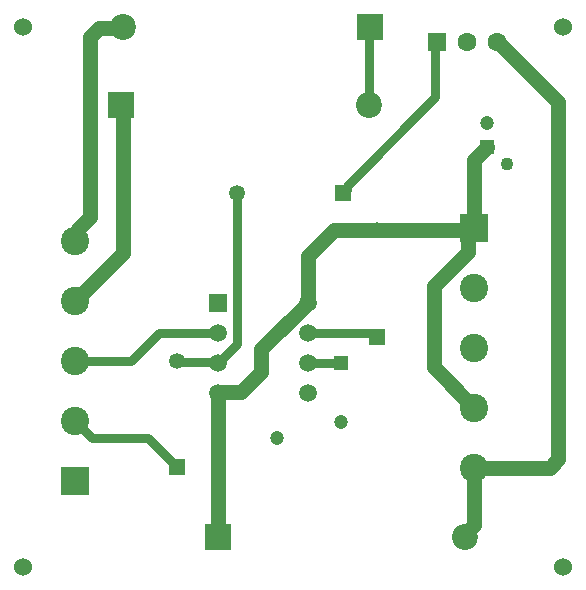
<source format=gbl>
G04*
G04 #@! TF.GenerationSoftware,Altium Limited,Altium Designer,21.3.1 (25)*
G04*
G04 Layer_Physical_Order=2*
G04 Layer_Color=16711680*
%FSLAX25Y25*%
%MOIN*%
G70*
G04*
G04 #@! TF.SameCoordinates,4C1A46CD-458D-4170-9141-97B0DDD3FF2F*
G04*
G04*
G04 #@! TF.FilePolarity,Positive*
G04*
G01*
G75*
%ADD21C,0.04724*%
%ADD22R,0.04724X0.04724*%
%ADD23C,0.04331*%
%ADD27R,0.08661X0.08661*%
%ADD28C,0.08661*%
%ADD29R,0.04724X0.04724*%
%ADD33C,0.03000*%
%ADD34C,0.05000*%
%ADD35C,0.09449*%
%ADD36R,0.09449X0.09449*%
%ADD37R,0.05315X0.05315*%
%ADD38C,0.05315*%
%ADD39C,0.06000*%
%ADD40C,0.05906*%
%ADD41R,0.05906X0.05906*%
%ADD42R,0.05315X0.05315*%
%ADD43C,0.06299*%
%ADD44R,0.06299X0.06299*%
D21*
X164772Y157937D02*
D03*
X116000Y58157D02*
D03*
X94842Y53000D02*
D03*
D22*
X164772Y150063D02*
D03*
X116000Y77842D02*
D03*
D23*
X171465Y144158D02*
D03*
D27*
X75000Y20000D02*
D03*
X125721Y190000D02*
D03*
X42779Y164000D02*
D03*
D28*
X157441Y20000D02*
D03*
X43279Y190000D02*
D03*
X125221Y164000D02*
D03*
D29*
X75157Y53000D02*
D03*
D33*
X147500Y184500D02*
X148000Y185000D01*
X116717Y134500D02*
X117874Y135658D01*
Y136874D02*
X147500Y166500D01*
Y184500D01*
X117874Y135658D02*
Y136874D01*
X125470Y164250D02*
Y189750D01*
X125721Y190000D01*
X125221Y164000D02*
X125470Y164250D01*
X74642Y78358D02*
X75000Y78000D01*
X61858Y78358D02*
X74642D01*
X61500Y78716D02*
X61858Y78358D01*
X46000Y78500D02*
X55500Y88000D01*
X27500Y78500D02*
X46000D01*
X55500Y88000D02*
X75000D01*
X105079Y77921D02*
X115921D01*
X105000Y88000D02*
X126784D01*
X128000Y86783D01*
X75000Y78000D02*
X81283Y84284D01*
X115921Y77921D02*
X116000Y77842D01*
X105000Y78000D02*
X105079Y77921D01*
X81283Y84284D02*
Y134500D01*
X27500Y58500D02*
X33000Y53000D01*
X51784D01*
X61500Y43284D01*
Y78716D02*
X61533Y78750D01*
D34*
X147000Y103500D02*
X158472Y114972D01*
Y120972D02*
X159777Y122277D01*
X158472Y114972D02*
Y120972D01*
X147000Y76500D02*
Y103500D01*
Y76500D02*
X160500Y63000D01*
X35429Y189500D02*
X42279D01*
X32500Y186571D02*
X35429Y189500D01*
X28351Y122497D02*
X32500Y126646D01*
Y186571D01*
X43500Y114500D02*
Y163279D01*
X27500Y98500D02*
X43500Y114500D01*
X42779Y164000D02*
X43500Y163279D01*
X159777Y122277D02*
X160500Y123000D01*
Y145791D02*
X164772Y150063D01*
X160500Y123000D02*
Y145791D01*
X188500Y45929D02*
Y165000D01*
X160500Y43000D02*
X185571D01*
X169150Y184350D02*
X188500Y165000D01*
X185571Y43000D02*
X188500Y45929D01*
X169001Y184350D02*
X169150D01*
X168082Y185269D02*
X169001Y184350D01*
X89500Y75000D02*
Y82500D01*
X82673Y68173D02*
X89500Y75000D01*
X75000Y68000D02*
X75173Y68173D01*
X82673D01*
X89500Y82500D02*
X105000Y98000D01*
X75000Y52842D02*
X75157Y53000D01*
X75000Y20000D02*
Y52842D01*
Y53158D02*
X75157Y53000D01*
X105000Y98000D02*
Y113500D01*
X113716Y122216D02*
X128000D01*
X128060Y122277D01*
X105000Y113500D02*
X113716Y122216D01*
X128060Y122277D02*
X159777D01*
X157441Y20000D02*
Y20991D01*
X75000Y53158D02*
Y68000D01*
X157441Y20991D02*
X160500Y24050D01*
Y43000D01*
X28351Y119351D02*
Y122497D01*
X27500Y118500D02*
X28351Y119351D01*
D35*
X160500Y43000D02*
D03*
Y63000D02*
D03*
Y83000D02*
D03*
Y103000D02*
D03*
X27500Y58500D02*
D03*
Y78500D02*
D03*
Y98500D02*
D03*
Y118500D02*
D03*
D36*
X160500Y123000D02*
D03*
X27500Y38500D02*
D03*
D37*
X116717Y134500D02*
D03*
D38*
X81283D02*
D03*
X128000Y122216D02*
D03*
X61500Y78716D02*
D03*
D39*
X10000Y190000D02*
D03*
X190000Y10000D02*
D03*
X10000D02*
D03*
X190000Y190000D02*
D03*
D40*
X105000Y68000D02*
D03*
Y78000D02*
D03*
Y88000D02*
D03*
Y98000D02*
D03*
X75000Y68000D02*
D03*
Y78000D02*
D03*
Y88000D02*
D03*
D41*
Y98000D02*
D03*
D42*
X128000Y86783D02*
D03*
X61500Y43284D02*
D03*
D43*
X168000Y185000D02*
D03*
X158000D02*
D03*
D44*
X148000D02*
D03*
M02*

</source>
